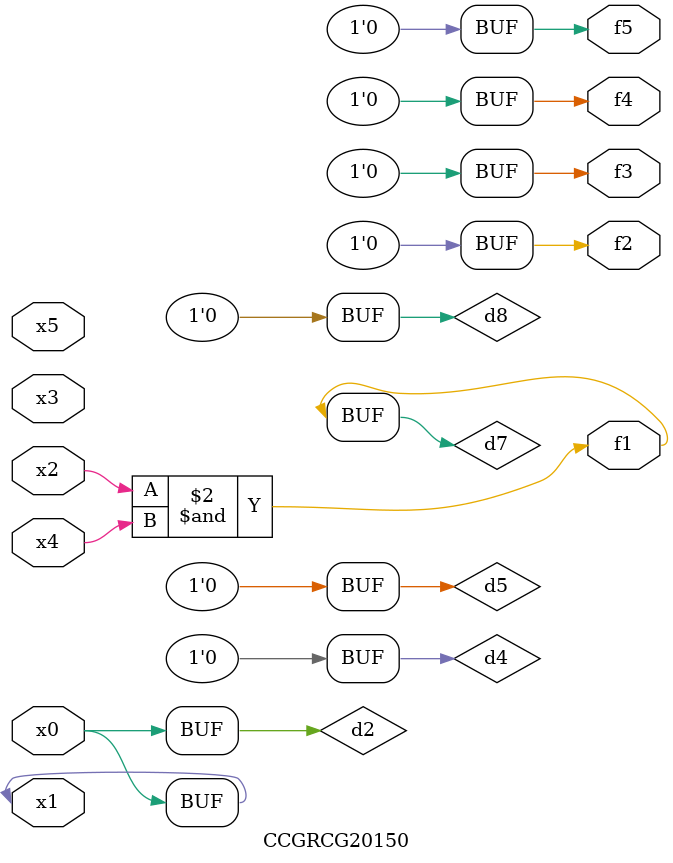
<source format=v>
module CCGRCG20150(
	input x0, x1, x2, x3, x4, x5,
	output f1, f2, f3, f4, f5
);

	wire d1, d2, d3, d4, d5, d6, d7, d8, d9;

	nand (d1, x1);
	buf (d2, x0, x1);
	nand (d3, x2, x4);
	and (d4, d1, d2);
	and (d5, d1, d2);
	nand (d6, d1, d3);
	not (d7, d3);
	xor (d8, d5);
	nor (d9, d5, d6);
	assign f1 = d7;
	assign f2 = d8;
	assign f3 = d8;
	assign f4 = d8;
	assign f5 = d8;
endmodule

</source>
